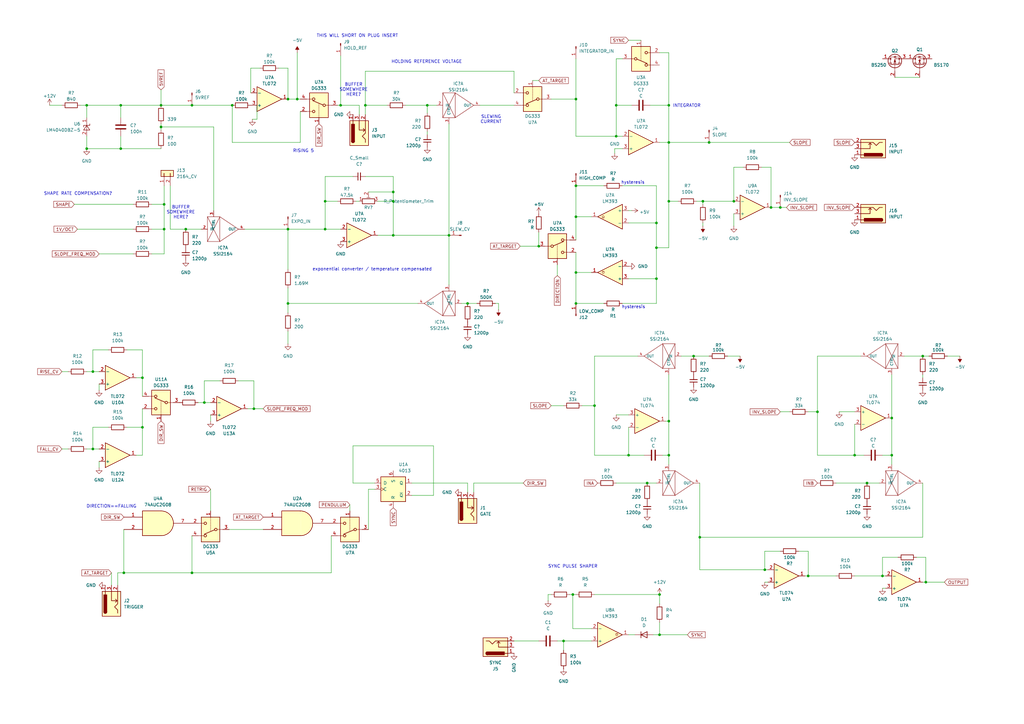
<source format=kicad_sch>
(kicad_sch (version 20231120) (generator "eeschema") (generator_version "8.0")
  (paper "A3")
  (junction (at 331.47 236.22))
  (junction (at 378.46 146.05))
  (junction (at 252.73 43.18))
  (junction (at 38.1 152.4))
  (junction (at 316.23 85.09))
  (junction (at 274.32 58.42))
  (junction (at 269.24 101.6))
  (junction (at 320.04 85.09))
  (junction (at 49.53 60.96))
  (junction (at 269.24 114.3))
  (junction (at 243.84 166.37))
  (junction (at 191.77 124.46))
  (junction (at 365.76 171.45))
  (junction (at 269.24 91.44))
  (junction (at 118.11 124.46))
  (junction (at 95.25 43.18))
  (junction (at 133.35 82.55) (diameter 0.9144))
  (junction (at 234.95 243.84))
  (junction (at 252.73 55.88))
  (junction (at 257.81 186.69))
  (junction (at 265.43 198.12) (diameter 0.9144))
  (junction (at 290.83 58.42))
  (junction (at 350.52 186.69))
  (junction (at 133.35 93.98))
  (junction (at 78.74 234.95))
  (junction (at 149.86 43.18))
  (junction (at 184.15 96.52))
  (junction (at 175.26 43.18))
  (junction (at 236.22 40.64))
  (junction (at 38.1 184.15))
  (junction (at 365.76 186.69))
  (junction (at 236.22 111.76))
  (junction (at 287.02 220.345) (diameter 0.9144))
  (junction (at 220.98 100.965) (diameter 0.9144))
  (junction (at 118.11 93.98))
  (junction (at 288.29 82.55))
  (junction (at 35.56 43.18))
  (junction (at 58.42 175.26))
  (junction (at 161.29 82.55) (diameter 0.9144))
  (junction (at 35.56 60.96))
  (junction (at 236.22 76.2))
  (junction (at 76.2 93.98))
  (junction (at 274.32 186.69) (diameter 0.9144))
  (junction (at 335.28 168.91))
  (junction (at 274.32 43.18))
  (junction (at 236.22 124.46))
  (junction (at 236.22 88.9))
  (junction (at 274.32 172.72))
  (junction (at 66.04 43.18))
  (junction (at 49.53 43.18))
  (junction (at 83.82 165.1))
  (junction (at 78.74 43.18))
  (junction (at 270.51 243.84))
  (junction (at 274.32 82.55))
  (junction (at 355.6 198.12) (diameter 0.9144))
  (junction (at 300.99 82.55))
  (junction (at 104.14 167.64))
  (junction (at 379.73 238.76))
  (junction (at 66.04 52.07))
  (junction (at 67.31 93.98))
  (junction (at 231.14 262.89))
  (junction (at 161.29 78.74) (diameter 0.9144))
  (junction (at 270.51 260.35))
  (junction (at 161.29 96.52))
  (junction (at 284.48 146.05) (diameter 0.9144))
  (junction (at 118.11 40.64))
  (junction (at 121.92 40.64))
  (junction (at 361.95 236.22))
  (junction (at 50.8 234.95))
  (junction (at 67.31 83.82))
  (junction (at 58.42 154.94))
  (junction (at 139.7 43.18))
  (junction (at 313.69 233.68))
  (wire (pts (xy 58.42 143.51) (xy 52.07 143.51)))
  (wire (pts (xy 149.86 29.21) (xy 210.82 29.21)))
  (wire (pts (xy 44.45 175.26) (xy 38.1 175.26)))
  (wire (pts (xy 238.76 166.37) (xy 243.84 166.37)))
  (wire (pts (xy 252.73 24.13) (xy 252.73 43.18)))
  (wire (pts (xy 58.42 186.69) (xy 58.42 175.26)))
  (wire (pts (xy 104.14 167.64) (xy 104.14 156.21)))
  (wire (pts (xy 55.88 154.94) (xy 58.42 154.94)))
  (wire (pts (xy 49.53 55.88) (xy 49.53 60.96)))
  (wire (pts (xy 102.87 38.1) (xy 102.87 27.94)))
  (wire (pts (xy 38.1 143.51) (xy 38.1 152.4)))
  (wire (pts (xy 25.4 152.4) (xy 27.94 152.4)))
  (wire (pts (xy 49.53 60.96) (xy 35.56 60.96)))
  (wire (pts (xy 231.14 262.89) (xy 242.57 262.89)))
  (wire (pts (xy 236.22 111.76) (xy 242.57 111.76)))
  (wire (pts (xy 313.69 226.06) (xy 313.69 233.68)))
  (wire (pts (xy 267.97 260.35) (xy 270.51 260.35)))
  (wire (pts (xy 40.64 157.48) (xy 40.64 160.02)))
  (wire (pts (xy 105.41 43.18) (xy 105.41 48.895)))
  (wire (pts (xy 175.26 43.18) (xy 175.26 46.355)))
  (wire (pts (xy 203.2 124.46) (xy 204.47 124.46)))
  (wire (pts (xy 378.46 153.67) (xy 378.46 154.94)))
  (wire (pts (xy 278.13 82.55) (xy 274.32 82.55)))
  (wire (pts (xy 168.91 203.2) (xy 177.8 203.2)))
  (wire (pts (xy 285.75 82.55) (xy 288.29 82.55)))
  (wire (pts (xy 287.02 220.345) (xy 287.02 198.12)))
  (wire (pts (xy 378.46 198.12) (xy 378.46 220.345)))
  (wire (pts (xy 378.46 220.345) (xy 287.02 220.345)))
  (wire (pts (xy 191.77 201.93) (xy 191.77 198.12)))
  (wire (pts (xy 354.33 186.69) (xy 350.52 186.69)))
  (wire (pts (xy 76.2 93.98) (xy 82.55 93.98)))
  (wire (pts (xy 270.51 243.84) (xy 270.51 247.65)))
  (wire (pts (xy 312.42 68.58) (xy 316.23 68.58)))
  (wire (pts (xy 151.13 200.66) (xy 151.13 217.17)))
  (wire (pts (xy 40.64 104.14) (xy 54.61 104.14)))
  (wire (pts (xy 335.28 146.05) (xy 335.28 168.91)))
  (wire (pts (xy 350.52 186.69) (xy 335.28 186.69)))
  (wire (pts (xy 118.11 27.94) (xy 118.11 40.64)))
  (wire (pts (xy 379.73 228.6) (xy 375.92 228.6)))
  (wire (pts (xy 236.22 103.505) (xy 236.22 111.76)))
  (wire (pts (xy 78.74 234.95) (xy 135.89 234.95)))
  (wire (pts (xy 161.29 82.55) (xy 161.29 96.52)))
  (wire (pts (xy 48.26 234.95) (xy 50.8 234.95)))
  (wire (pts (xy 66.04 36.83) (xy 66.04 43.18)))
  (wire (pts (xy 104.14 167.64) (xy 107.95 167.64)))
  (wire (pts (xy 368.3 228.6) (xy 361.95 228.6)))
  (wire (pts (xy 50.8 217.17) (xy 50.8 234.95)))
  (wire (pts (xy 83.82 165.1) (xy 86.36 165.1)))
  (wire (pts (xy 210.82 29.21) (xy 210.82 38.1)))
  (wire (pts (xy 361.95 241.3) (xy 363.22 241.3)))
  (wire (pts (xy 66.04 50.8) (xy 66.04 52.07)))
  (wire (pts (xy 231.14 266.7) (xy 231.14 262.89)))
  (wire (pts (xy 335.28 186.69) (xy 335.28 168.91)))
  (wire (pts (xy 83.82 156.21) (xy 83.82 165.1)))
  (wire (pts (xy 226.06 166.37) (xy 231.14 166.37)))
  (wire (pts (xy 236.22 111.76) (xy 236.22 124.46)))
  (wire (pts (xy 224.79 246.38) (xy 224.79 243.84)))
  (wire (pts (xy 274.32 153.67) (xy 274.32 172.72)))
  (wire (pts (xy 274.32 58.42) (xy 274.32 82.55)))
  (wire (pts (xy 38.1 184.15) (xy 40.64 184.15)))
  (wire (pts (xy 220.98 100.965) (xy 213.36 100.965)))
  (wire (pts (xy 290.83 58.42) (xy 323.85 58.42)))
  (wire (pts (xy 335.28 146.05) (xy 353.06 146.05)))
  (wire (pts (xy 139.7 43.18) (xy 147.32 43.18)))
  (wire (pts (xy 38.1 152.4) (xy 40.64 152.4)))
  (wire (pts (xy 49.53 60.96) (xy 66.04 60.96)))
  (wire (pts (xy 55.88 186.69) (xy 58.42 186.69)))
  (wire (pts (xy 114.3 27.94) (xy 118.11 27.94)))
  (wire (pts (xy 161.29 96.52) (xy 184.15 96.52)))
  (wire (pts (xy 62.23 93.98) (xy 67.31 93.98)))
  (wire (pts (xy 367.03 31.75) (xy 377.19 31.75)))
  (wire (pts (xy 361.95 186.69) (xy 365.76 186.69)))
  (wire (pts (xy 320.04 168.91) (xy 323.85 168.91)))
  (wire (pts (xy 35.56 152.4) (xy 38.1 152.4)))
  (wire (pts (xy 149.86 43.18) (xy 158.75 43.18)))
  (wire (pts (xy 255.27 55.88) (xy 252.73 55.88)))
  (wire (pts (xy 226.06 40.64) (xy 236.22 40.64)))
  (wire (pts (xy 104.14 156.21) (xy 97.79 156.21)))
  (wire (pts (xy 236.22 88.9) (xy 236.22 76.2)))
  (wire (pts (xy 100.33 93.98) (xy 118.11 93.98)))
  (wire (pts (xy 90.17 156.21) (xy 83.82 156.21)))
  (wire (pts (xy 118.11 93.98) (xy 118.11 110.49)))
  (wire (pts (xy 259.08 43.18) (xy 252.73 43.18)))
  (wire (pts (xy 58.42 154.94) (xy 58.42 162.56)))
  (wire (pts (xy 274.32 58.42) (xy 290.83 58.42)))
  (wire (pts (xy 40.64 189.23) (xy 40.64 191.77)))
  (wire (pts (xy 234.95 243.84) (xy 233.68 243.84)))
  (wire (pts (xy 184.15 50.8) (xy 184.15 96.52)))
  (wire (pts (xy 121.92 40.64) (xy 123.19 40.64)))
  (wire (pts (xy 274.32 82.55) (xy 274.32 101.6)))
  (wire (pts (xy 191.77 124.46) (xy 195.58 124.46)))
  (wire (pts (xy 50.8 234.95) (xy 78.74 234.95)))
  (wire (pts (xy 252.73 198.12) (xy 265.43 198.12)))
  (wire (pts (xy 133.35 72.39) (xy 144.78 72.39)))
  (wire (pts (xy 133.35 93.98) (xy 133.35 82.55)))
  (wire (pts (xy 45.72 234.95) (xy 45.72 240.03)))
  (wire (pts (xy 101.6 167.64) (xy 104.14 167.64)))
  (wire (pts (xy 67.31 104.14) (xy 67.31 93.98)))
  (wire (pts (xy 378.46 238.76) (xy 379.73 238.76)))
  (wire (pts (xy 153.67 200.66) (xy 151.13 200.66)))
  (wire (pts (xy 149.86 46.99) (xy 149.86 43.18)))
  (wire (pts (xy 274.32 186.69) (xy 271.78 186.69)))
  (wire (pts (xy 210.82 262.89) (xy 220.98 262.89)))
  (wire (pts (xy 279.4 146.05) (xy 284.48 146.05)))
  (wire (pts (xy 284.48 146.05) (xy 290.83 146.05)))
  (wire (pts (xy 298.45 146.05) (xy 303.53 146.05)))
  (wire (pts (xy 350.52 173.99) (xy 350.52 186.69)))
  (wire (pts (xy 231.14 262.89) (xy 228.6 262.89)))
  (wire (pts (xy 102.87 27.94) (xy 106.68 27.94)))
  (wire (pts (xy 151.13 78.74) (xy 161.29 78.74)))
  (wire (pts (xy 228.6 113.03) (xy 228.6 108.585)))
  (wire (pts (xy 361.95 236.22) (xy 363.22 236.22)))
  (wire (pts (xy 331.47 168.91) (xy 335.28 168.91)))
  (wire (pts (xy 274.32 172.72) (xy 274.32 186.69)))
  (wire (pts (xy 81.28 165.1) (xy 83.82 165.1)))
  (wire (pts (xy 288.29 83.82) (xy 288.29 82.55)))
  (wire (pts (xy 78.74 219.71) (xy 78.74 234.95)))
  (wire (pts (xy 270.51 260.35) (xy 281.94 260.35)))
  (wire (pts (xy 331.47 226.06) (xy 327.66 226.06)))
  (wire (pts (xy 139.7 22.86) (xy 139.7 43.18)))
  (wire (pts (xy 177.8 182.88) (xy 144.78 182.88)))
  (wire (pts (xy 38.1 175.26) (xy 38.1 184.15)))
  (wire (pts (xy 320.04 85.09) (xy 322.58 85.09)))
  (wire (pts (xy 35.56 55.88) (xy 35.56 60.96)))
  (wire (pts (xy 58.42 175.26) (xy 52.07 175.26)))
  (wire (pts (xy 274.32 190.5) (xy 274.32 186.69)))
  (wire (pts (xy 35.56 43.18) (xy 35.56 48.26)))
  (wire (pts (xy 300.99 87.63) (xy 300.99 92.71)))
  (wire (pts (xy 274.32 43.18) (xy 274.32 21.59)))
  (wire (pts (xy 252.73 55.88) (xy 236.22 55.88)))
  (wire (pts (xy 236.22 24.13) (xy 236.22 40.64)))
  (wire (pts (xy 252.095 60.96) (xy 255.27 60.96)))
  (wire (pts (xy 234.95 243.84) (xy 234.95 257.81)))
  (wire (pts (xy 269.24 101.6) (xy 269.24 114.3)))
  (wire (pts (xy 48.26 240.03) (xy 48.26 234.95)))
  (wire (pts (xy 143.51 207.01) (xy 143.51 209.55)))
  (wire (pts (xy 379.73 238.76) (xy 379.73 228.6)))
  (wire (pts (xy 252.095 60.96) (xy 252.095 62.865)))
  (wire (pts (xy 31.75 93.98) (xy 54.61 93.98)))
  (wire (pts (xy 388.62 146.05) (xy 393.7 146.05)))
  (wire (pts (xy 123.19 45.72) (xy 123.19 58.42)))
  (wire (pts (xy 35.56 184.15) (xy 38.1 184.15)))
  (wire (pts (xy 93.98 217.17) (xy 107.95 217.17)))
  (wire (pts (xy 147.32 43.18) (xy 147.32 46.99)))
  (wire (pts (xy 243.84 166.37) (xy 243.84 186.69)))
  (wire (pts (xy 257.81 91.44) (xy 269.24 91.44)))
  (wire (pts (xy 20.32 43.18) (xy 25.4 43.18)))
  (wire (pts (xy 133.35 93.98) (xy 139.7 93.98)))
  (wire (pts (xy 252.73 170.18) (xy 257.81 170.18)))
  (wire (pts (xy 133.35 72.39) (xy 133.35 82.55)))
  (wire (pts (xy 175.26 43.18) (xy 179.07 43.18)))
  (wire (pts (xy 196.85 43.18) (xy 210.82 43.18)))
  (wire (pts (xy 288.29 92.71) (xy 288.29 91.44)))
  (wire (pts (xy 316.23 85.09) (xy 316.23 68.58)))
  (wire (pts (xy 218.44 33.02) (xy 220.98 33.02)))
  (wire (pts (xy 49.53 43.18) (xy 66.04 43.18)))
  (wire (pts (xy 177.8 203.2) (xy 177.8 182.88)))
  (wire (pts (xy 144.78 198.12) (xy 153.67 198.12)))
  (wire (pts (xy 35.56 43.18) (xy 49.53 43.18)))
  (wire (pts (xy 69.85 93.98) (xy 76.2 93.98)))
  (wire (pts (xy 30.48 83.82) (xy 54.61 83.82)))
  (wire (pts (xy 378.46 146.05) (xy 381 146.05)))
  (wire (pts (xy 135.89 234.95) (xy 135.89 219.71)))
  (wire (pts (xy 273.05 172.72) (xy 274.32 172.72)))
  (wire (pts (xy 269.24 91.44) (xy 269.24 101.6)))
  (wire (pts (xy 236.22 124.46) (xy 247.65 124.46)))
  (wire (pts (xy 189.23 124.46) (xy 191.77 124.46)))
  (wire (pts (xy 320.04 226.06) (xy 313.69 226.06)))
  (wire (pts (xy 313.69 233.68) (xy 314.96 233.68)))
  (wire (pts (xy 78.74 43.18) (xy 95.25 43.18)))
  (wire (pts (xy 266.7 43.18) (xy 274.32 43.18)))
  (wire (pts (xy 365.76 171.45) (xy 365.76 186.69)))
  (wire (pts (xy 95.25 58.42) (xy 95.25 43.18)))
  (wire (pts (xy 123.19 58.42) (xy 95.25 58.42)))
  (wire (pts (xy 269.24 101.6) (xy 274.32 101.6)))
  (wire (pts (xy 58.42 175.26) (xy 58.42 167.64)))
  (wire (pts (xy 25.4 184.15) (xy 27.94 184.15)))
  (wire (pts (xy 255.27 124.46) (xy 269.24 124.46)))
  (wire (pts (xy 62.23 83.82) (xy 67.31 83.82)))
  (wire (pts (xy 194.31 198.12) (xy 214.63 198.12)))
  (wire (pts (xy 270.51 255.27) (xy 270.51 260.35)))
  (wire (pts (xy 175.26 53.975) (xy 175.26 55.245)))
  (wire (pts (xy 243.84 146.05) (xy 243.84 166.37)))
  (wire (pts (xy 243.84 186.69) (xy 257.81 186.69)))
  (wire (pts (xy 243.84 146.05) (xy 261.62 146.05)))
  (wire (pts (xy 149.86 43.18) (xy 149.86 29.21)))
  (wire (pts (xy 355.6 198.12) (xy 360.68 198.12)))
  (wire (pts (xy 365.76 190.5) (xy 365.76 186.69)))
  (wire (pts (xy 236.22 243.84) (xy 234.95 243.84)))
  (wire (pts (xy 44.45 143.51) (xy 38.1 143.51)))
  (wire (pts (xy 49.53 43.18) (xy 49.53 48.26)))
  (wire (pts (xy 118.11 40.64) (xy 121.92 40.64)))
  (wire (pts (xy 184.15 96.52) (xy 184.15 116.84)))
  (wire (pts (xy 269.24 124.46) (xy 269.24 114.3)))
  (wire (pts (xy 118.11 124.46) (xy 171.45 124.46)))
  (wire (pts (xy 118.11 124.46) (xy 118.11 128.27)))
  (wire (pts (xy 121.92 21.59) (xy 121.92 40.64)))
  (wire (pts (xy 379.73 238.76) (xy 387.35 238.76)))
  (wire (pts (xy 161.29 96.52) (xy 154.94 96.52)))
  (wire (pts (xy 265.43 198.12) (xy 269.24 198.12)))
  (wire (pts (xy 69.85 76.2) (xy 69.85 93.98)))
  (wire (pts (xy 243.84 243.84) (xy 270.51 243.84)))
  (wire (pts (xy 118.11 118.11) (xy 118.11 124.46)))
  (wire (pts (xy 146.05 82.55) (xy 147.32 82.55)))
  (wire (pts (xy 144.78 182.88) (xy 144.78 198.12)))
  (wire (pts (xy 304.8 68.58) (xy 300.99 68.58)))
  (wire (pts (xy 259.08 86.36) (xy 257.81 86.36)))
  (wire (pts (xy 342.9 198.12) (xy 355.6 198.12)))
  (wire (pts (xy 370.84 146.05) (xy 378.46 146.05)))
  (wire (pts (xy 161.29 78.74) (xy 161.29 82.55)))
  (wire (pts (xy 255.27 76.2) (xy 269.24 76.2)))
  (wire (pts (xy 166.37 43.18) (xy 175.26 43.18)))
  (wire (pts (xy 194.31 198.12) (xy 194.31 201.93)))
  (wire (pts (xy 257.81 175.26) (xy 257.81 186.69)))
  (wire (pts (xy 154.94 82.55) (xy 161.29 82.55)))
  (wire (pts (xy 118.11 93.98) (xy 133.35 93.98)))
  (wire (pts (xy 58.42 154.94) (xy 58.42 143.51)))
  (wire (pts (xy 252.73 43.18) (xy 252.73 55.88)))
  (wire (pts (xy 161.29 72.39) (xy 161.29 78.74)))
  (wire (pts (xy 66.04 52.07) (xy 87.63 52.07)))
  (wire (pts (xy 87.63 52.07) (xy 87.63 86.36)))
  (wire (pts (xy 220.98 95.25) (xy 220.98 100.965)))
  (wire (pts (xy 66.04 43.18) (xy 78.74 43.18)))
  (wire (pts (xy 118.11 135.89) (xy 118.11 140.97)))
  (wire (pts (xy 236.22 88.9) (xy 242.57 88.9)))
  (wire (pts (xy 316.23 85.09) (xy 320.04 85.09)))
  (wire (pts (xy 234.95 257.81) (xy 242.57 257.81)))
  (wire (pts (xy 331.47 236.22) (xy 331.47 226.06)))
  (wire (pts (xy 274.32 21.59) (xy 270.51 21.59)))
  (wire (pts (xy 350.52 236.22) (xy 361.95 236.22)))
  (wire (pts (xy 269.24 76.2) (xy 269.24 91.44)))
  (wire (pts (xy 270.51 58.42) (xy 274.32 58.42)))
  (wire (pts (xy 236.22 40.64) (xy 236.22 55.88)))
  (wire (pts (xy 255.27 24.13) (xy 252.73 24.13)))
  (wire (pts (xy 191.77 198.12) (xy 168.91 198.12)))
  (wire (pts (xy 331.47 236.22) (xy 342.9 236.22)))
  (wire (pts (xy 33.02 43.18) (xy 35.56 43.18)))
  (wire (pts (xy 300.99 68.58) (xy 300.99 82.55)))
  (wire (pts (xy 138.43 82.55) (xy 133.35 82.55)))
  (wire (pts (xy 361.95 228.6) (xy 361.95 236.22)))
  (wire (pts (xy 344.17 168.91) (xy 350.52 168.91)))
  (wire (pts (xy 224.79 243.84) (xy 226.06 243.84)))
  (wire (pts (xy 67.31 83.82) (xy 67.31 93.98)))
  (wire (pts (xy 62.23 104.14) (xy 67.31 104.14)))
  (wire (pts (xy 269.24 114.3) (xy 257.81 114.3)))
  (wire (pts (xy 330.2 236.22) (xy 331.47 236.22)))
  (wire (pts (xy 274.32 43.18) (xy 274.32 58.42)))
  (wire (pts (xy 86.36 170.18) (xy 86.36 172.72)))
  (wire (pts (xy 257.81 16.51) (xy 262.89 16.51)))
  (wire (pts (xy 236.22 88.9) (xy 236.22 98.425)))
  (wire (pts (xy 138.43 43.18) (xy 139.7 43.18)))
  (wire (pts (xy 67.31 76.2) (xy 67.31 83.82)))
  (wire (pts (xy 365.76 153.67) (xy 365.76 171.45)))
  (wire (pts (xy 66.04 52.07) (xy 66.04 53.34)))
  (wire (pts (xy 257.81 186.69) (xy 264.16 186.69)))
  (wire (pts (xy 236.22 76.2) (xy 247.65 76.2)))
  (wire (pts (xy 287.02 220.345) (xy 287.02 233.68)))
  (wire (pts (xy 287.02 233.68) (xy 313.69 233.68)))
  (wire (pts (xy 105.41 48.895) (xy 103.505 48.895)))
  (wire (pts (xy 313.69 238.76) (xy 314.96 238.76)))
  (wire (pts (xy 86.36 200.66) (xy 86.36 209.55)))
  (wire (pts (xy 257.81 260.35) (xy 260.35 260.35)))
  (wire (pts (xy 149.86 72.39) (xy 161.29 72.39)))
  (wire (pts (xy 204.47 124.46) (xy 204.47 127)))
  (wire (pts (xy 288.29 82.55) (xy 300.99 82.55)))
  (text "THIS WILL SHORT ON PLUG INSERT" (at 146.558 14.732 0) (effects (font (size 1.27 1.27))))
  (text "exponential converter / temperature compensated" (at 152.654 110.49 0) (effects (font (size 1.27 1.27))))
  (text "DIRECTION==FALLING" (at 45.72 207.772 0) (effects (font (size 1.27 1.27))))
  (text "SHAPE RATE COMPENSATION?" (at 32.004 79.502 0) (effects (font (size 1.27 1.27))))
  (text "SYNC PULSE SHAPER" (at 234.95 232.41 0) (effects (font (size 1.27 1.27))))
  (text "SLEWING\nCURRENT" (at 201.422 49.022 0) (effects (font (size 1.27 1.27))))
  (text "hysteresis" (at 259.842 125.984 0) (effects (font (size 1.27 1.27))))
  (text "BUFFER\nSOMEWHERE\nHERE?" (at 145.034 36.83 0) (effects (font (size 1.27 1.27))))
  (text "BUFFER\nSOMEWHERE\nHERE?" (at 74.168 87.122 0) (effects (font (size 1.27 1.27))))
  (text "RISING 5" (at 124.46 61.976 0) (effects (font (size 1.27 1.27))))
  (text "HOLDING REFERENCE VOLTAGE\n" (at 175.006 25.4 0) (effects (font (size 1.27 1.27))))
  (text "INTEGRATOR" (at 281.686 43.434 0) (effects (font (size 1.27 1.27))))
  (text "hysteresis" (at 259.588 74.93 0) (effects (font (size 1.27 1.27))))
  (global_label "DIRECTION" (shape input) (at 228.6 113.03 270) (property "Intersheetrefs" "${INTERSHEET_REFS}" (effects (hide yes))))
  (global_label "FALL_CV" (shape input) (at 25.4 184.15 180) (property "Intersheetrefs" "${INTERSHEET_REFS}" (effects (hide yes))))
  (global_label "RISE_CV" (shape input) (at 25.4 152.4 180) (property "Intersheetrefs" "${INTERSHEET_REFS}" (effects (hide yes))))
  (global_label "SYNC" (shape input) (at 281.94 260.35 0) (property "Intersheetrefs" "${INTERSHEET_REFS}" (effects (hide yes))))
  (global_label "AT_TARGET" (shape input) (at 213.36 100.965 180) (property "Intersheetrefs" "${INTERSHEET_REFS}" (effects (hide yes))))
  (global_label "SLOPE" (shape input) (at 226.06 166.37 180) (property "Intersheetrefs" "${INTERSHEET_REFS}" (effects (hide yes))))
  (global_label "AT_TARGET" (shape input) (at 45.72 234.95 180) (property "Intersheetrefs" "${INTERSHEET_REFS}" (effects (hide yes))))
  (global_label "SYNC" (shape input) (at 161.29 208.28 270) (property "Intersheetrefs" "${INTERSHEET_REFS}" (effects (hide yes))))
  (global_label "SHAPE" (shape input) (at 30.48 83.82 180) (property "Intersheetrefs" "${INTERSHEET_REFS}" (effects (hide yes))))
  (global_label "DIR_SW" (shape input) (at 214.63 198.12 0) (property "Intersheetrefs" "${INTERSHEET_REFS}" (effects (hide yes))))
  (global_label "5VREF" (shape input) (at 66.04 36.83 90) (property "Intersheetrefs" "${INTERSHEET_REFS}" (effects (hide yes))))
  (global_label "FALL_CV" (shape input) (at 439.42 49.53 180) (property "Intersheetrefs" "${INTERSHEET_REFS}" (effects (hide yes))))
  (global_label "1V{slash}OCT" (shape input) (at 31.75 93.98 180) (property "Intersheetrefs" "${INTERSHEET_REFS}" (effects (hide yes))))
  (global_label "SLOPE_FREQ_MOD" (shape input) (at 107.95 167.64 0) (property "Intersheetrefs" "${INTERSHEET_REFS}" (effects (hide yes))))
  (global_label "AT_TARGET" (shape input) (at 220.98 33.02 0) (property "Intersheetrefs" "${INTERSHEET_REFS}" (effects (hide yes))))
  (global_label "DIR_SW" (shape input) (at 130.81 50.8 270) (property "Intersheetrefs" "${INTERSHEET_REFS}" (effects (hide yes))))
  (global_label "INV_SLOPE" (shape input) (at 322.58 85.09 0) (property "Intersheetrefs" "${INTERSHEET_REFS}" (effects (hide yes))))
  (global_label "INV_SLOPE" (shape input) (at 350.52 85.09 180) (property "Intersheetrefs" "${INTERSHEET_REFS}" (effects (hide yes))))
  (global_label "INA" (shape input) (at 245.11 198.12 180) (property "Intersheetrefs" "${INTERSHEET_REFS}" (effects (hide yes))))
  (global_label "INB" (shape input) (at 335.28 198.12 180) (property "Intersheetrefs" "${INTERSHEET_REFS}" (effects (hide yes))))
  (global_label "SLOPE" (shape input) (at 323.85 58.42 0) (property "Intersheetrefs" "${INTERSHEET_REFS}" (effects (hide yes))))
  (global_label "OUTPUT" (shape input) (at 387.35 238.76 0) (property "Intersheetrefs" "${INTERSHEET_REFS}" (effects (hide yes))))
  (global_label "AT_TARGET" (shape input) (at 107.95 212.09 180) (property "Intersheetrefs" "${INTERSHEET_REFS}" (effects (hide yes))))
  (global_label "DIR_SW" (shape input) (at 66.04 172.72 270) (property "Intersheetrefs" "${INTERSHEET_REFS}" (effects (hide yes))))
  (global_label "RETRIG" (shape input) (at 86.36 200.66 180) (property "Intersheetrefs" "${INTERSHEET_REFS}" (effects (hide yes))))
  (global_label "INA" (shape input) (at 439.42 64.77 180) (property "Intersheetrefs" "${INTERSHEET_REFS}" (effects (hide yes))))
  (global_label "SLOPE_FREQ_MOD" (shape input) (at 40.64 104.14 180) (property "Intersheetrefs" "${INTERSHEET_REFS}" (effects (hide yes))))
  (global_label "INB" (shape input) (at 439.42 80.01 180) (property "Intersheetrefs" "${INTERSHEET_REFS}" (effects (hide yes))))
  (global_label "PENDULUM" (shape input) (at 143.51 207.01 180) (property "Intersheetrefs" "${INTERSHEET_REFS}" (effects (hide yes))))
  (global_label "SLOPE" (shape input) (at 350.52 58.42 180) (property "Intersheetrefs" "${INTERSHEET_REFS}" (effects (hide yes))))
  (global_label "INV_SLOPE" (shape input) (at 320.04 168.91 180) (property "Intersheetrefs" "${INTERSHEET_REFS}" (effects (hide yes))))
  (global_label "RISE_CV" (shape input) (at 439.42 34.29 180) (property "Intersheetrefs" "${INTERSHEET_REFS}" (effects (hide yes))))
  (global_label "SYNC" (shape input) (at 257.81 16.51 180) (property "Intersheetrefs" "${INTERSHEET_REFS}" (effects (hide yes))))
  (global_label "DIR_SW" (shape input) (at 50.8 212.09 180) (property "Intersheetrefs" "${INTERSHEET_REFS}" (effects (hide yes))))
  (symbol (lib_id "74xGxx:74AUC2G08") (at 66.04 214.63 0) (unit 1)
    (property "Reference" "U4" (at 64.7589 204.47 0))
    (property "Value" "74AUC2G08" (at 64.7589 207.01 0))
    (property "Datasheet" "http://www.ti.com/lit/sg/scyt129e/scyt129e.pdf" (effects (hide yes)))
    (property "Description" "Dual AND Gate, Low-Voltage CMOS" (effects (hide yes)))
  )
  (symbol (lib_id "Connector:Conn_01x01_Pin") (at 189.23 96.52 180) (unit 1)
    (property "Reference" "J8" (at 188.595 91.44 0))
    (property "Value" "SLEW_CV" (at 188.595 93.98 0))
    (property "Description" "Generic connector, single row, 01x01, script generated" (effects (hide yes)))
  )
  (symbol (lib_id "Device:R") (at 229.87 243.84 90) (unit 1)
    (property "Reference" "R6" (at 229.87 237.49 90))
    (property "Value" "R" (at 229.87 240.03 90))
    (property "Description" "Resistor" (effects (hide yes)))
  )
  (symbol (lib_id "power:GND") (at 118.11 140.97 0) (unit 1)
    (property "Reference" "#PWR?" (effects (hide yes)))
    (property "Value" "GND" (at 118.11 146.05 0))
  )
  (symbol (lib_id "Device:R") (at 355.6 201.93 0) (mirror x) (unit 1)
    (property "Reference" "R?" (at 353.06 201.2949 0) (effects (justify right)))
    (property "Value" "220" (at 353.06 203.8349 0) (effects (justify right)))
  )
  (symbol (lib_name "GND_7") (lib_id "power:GND") (at 439.42 39.37 0) (unit 1)
    (property "Reference" "#PWR015" (effects (hide yes)))
    (property "Value" "GND" (at 439.42 44.45 0))
    (property "Description" "Power symbol creates a global label with name \"GND\" , ground" (effects (hide yes)))
  )
  (symbol (lib_id "Device:C") (at 267.97 186.69 90) (unit 1)
    (property "Reference" "C?" (at 267.97 180.34 90))
    (property "Value" "C" (at 267.97 182.88 90))
  )
  (symbol (lib_id "Device:R") (at 284.48 149.86 180) (unit 1)
    (property "Reference" "R?" (at 287.02 149.2249 0) (effects (justify right)))
    (property "Value" "220" (at 287.02 151.7649 0) (effects (justify right)))
  )
  (symbol (lib_id "Connector:Barrel_Jack_Switch") (at 358.14 60.96 180) (unit 1)
    (property "Reference" "J15" (at 364.49 59.6899 0) (effects (justify right)))
    (property "Value" "INPUT" (at 364.49 62.2299 0) (effects (justify right)))
    (property "Description" "DC Barrel Jack with an internal switch" (effects (hide yes)))
  )
  (symbol (lib_id "74xGxx:74AUC2G08") (at 123.19 214.63 0) (unit 1)
    (property "Reference" "U2" (at 121.9089 204.47 0))
    (property "Value" "74AUC2G08" (at 121.9089 207.01 0))
    (property "Datasheet" "http://www.ti.com/lit/sg/scyt129e/scyt129e.pdf" (effects (hide yes)))
    (property "Description" "Dual AND Gate, Low-Voltage CMOS" (effects (hide yes)))
  )
  (symbol (lib_id "Device:R") (at 378.46 149.86 180) (unit 1)
    (property "Reference" "R?" (at 381 149.2249 0) (effects (justify right)))
    (property "Value" "220" (at 381 151.7649 0) (effects (justify right)))
  )
  (symbol (lib_id "Device:R") (at 372.11 228.6 90) (mirror x) (unit 1)
    (property "Reference" "R?" (at 372.11 233.68 90))
    (property "Value" "100k" (at 372.11 231.14 90))
  )
  (symbol (lib_name "+12V_1") (lib_id "power:+12V") (at 270.51 243.84 0) (unit 1)
    (property "Reference" "#PWR07" (effects (hide yes)))
    (property "Value" "+12V" (at 270.51 238.76 0))
    (property "Description" "Power symbol creates a global label with name \"+12V\"" (effects (hide yes)))
  )
  (symbol (lib_id "custom_ic:SSI2164") (at 184.15 43.18 0) (mirror x) (unit 1)
    (property "Reference" "IC?" (at 187.96 34.29 0))
    (property "Value" "SSI2164" (at 187.96 36.83 0))
    (property "Footprint" "Package_SO:SOIC-16_3.9x9.9mm_P1.27mm" (effects (hide yes)))
  )
  (symbol (lib_id "power:GND") (at 252.095 62.865 0) (unit 1)
    (property "Reference" "#PWR?" (effects (hide yes)))
    (property "Value" "GND" (at 252.095 59.055 0))
  )
  (symbol (lib_id "power:GND") (at 175.26 60.325 0) (mirror y) (unit 1)
    (property "Reference" "#PWR?" (effects (hide yes)))
    (property "Value" "GND" (at 175.26 65.405 0))
  )
  (symbol (lib_id "custom_ic:DG333") (at 66.04 165.1 0) (mirror y) (unit 1)
    (property "Reference" "U11" (at 66.04 155.575 0))
    (property "Value" "DG333" (at 66.04 158.115 0))
    (property "Footprint" "Package_SO:SOIC-20W_7.5x12.8mm_P1.27mm" (effects (hide yes)))
    (property "Datasheet" "https://www.vishay.com/docs/70803/dg333a.pdf" (effects (hide yes)))
  )
  (symbol (lib_id "Comparator:LM393") (at 250.19 88.9 0) (mirror y) (unit 1)
    (property "Reference" "U?" (at 250.19 80.01 0))
    (property "Value" "LM393" (at 250.19 82.55 0))
    (property "Datasheet" "http://www.ti.com/lit/ds/symlink/lm393.pdf" (effects (hide yes)))
  )
  (symbol (lib_id "Connector:Barrel_Jack_Switch") (at 447.04 52.07 180) (unit 1)
    (property "Reference" "J18" (at 453.39 50.7999 0) (effects (justify right)))
    (property "Value" "TRIGGER" (at 453.39 53.3399 0) (effects (justify right)))
    (property "Description" "DC Barrel Jack with an internal switch" (effects (hide yes)))
  )
  (symbol (lib_name "-5V_3") (lib_id "power:-5V") (at 288.29 92.71 180) (unit 1)
    (property "Reference" "#PWR011" (effects (hide yes)))
    (property "Value" "-5V" (at 288.29 97.79 0))
    (property "Description" "Power symbol creates a global label with name \"-5V\"" (effects (hide yes)))
  )
  (symbol (lib_id "Device:R") (at 93.98 156.21 90) (unit 1)
    (property "Reference" "R17" (at 93.98 149.86 90))
    (property "Value" "100k" (at 93.98 152.4 90))
    (property "Description" "Resistor" (effects (hide yes)))
  )
  (symbol (lib_id "Device:R") (at 58.42 93.98 90) (unit 1)
    (property "Reference" "R?" (at 58.42 88.9 90))
    (property "Value" "100k" (at 58.42 91.44 90))
  )
  (symbol (lib_id "Amplifier_Operational:TL072") (at 147.32 96.52 0) (mirror x) (unit 1)
    (property "Reference" "U?" (at 147.32 87.63 0))
    (property "Value" "TL072" (at 147.32 90.17 0))
    (property "Datasheet" "http://www.ti.com/lit/ds/symlink/tl071.pdf" (effects (hide yes)))
  )
  (symbol (lib_id "power:GND") (at 35.56 60.96 0) (unit 1)
    (property "Reference" "#PWR?" (effects (hide yes)))
    (property "Value" "GND" (at 35.56 66.04 0))
  )
  (symbol (lib_id "Device:R") (at 220.98 91.44 0) (mirror y) (unit 1)
    (property "Reference" "R?" (at 219.075 90.8049 0) (effects (justify left)))
    (property "Value" "R" (at 219.075 93.3449 0) (effects (justify left)))
  )
  (symbol (lib_id "power:GND") (at 313.69 238.76 0) (mirror y) (unit 1)
    (property "Reference" "#PWR?" (effects (hide yes)))
    (property "Value" "GND" (at 311.658 243.586 0) (effects (justify right)))
  )
  (symbol (lib_id "custom_ic:SSI2164") (at 365.76 146.05 180) (unit 1)
    (property "Reference" "IC?" (at 361.95 136.525 0))
    (property "Value" "SSI2164" (at 361.95 139.065 0))
    (property "Footprint" "Package_SO:SOIC-16_3.9x9.9mm_P1.27mm" (effects (hide yes)))
  )
  (symbol (lib_name "GND_7") (lib_id "power:GND") (at 439.42 69.85 0) (unit 1)
    (property "Reference" "#PWR017" (effects (hide yes)))
    (property "Value" "GND" (at 439.42 74.93 0))
    (property "Description" "Power symbol creates a global label with name \"GND\" , ground" (effects (hide yes)))
  )
  (symbol (lib_id "Device:R") (at 110.49 27.94 90) (unit 1)
    (property "Reference" "R?" (at 110.49 22.86 90))
    (property "Value" "100k" (at 110.49 25.4 90))
  )
  (symbol (lib_name "-5V_2") (lib_id "power:-5V") (at 121.92 21.59 0) (unit 1)
    (property "Reference" "#PWR05" (effects (hide yes)))
    (property "Value" "-5V" (at 121.92 16.51 0))
    (property "Description" "Power symbol creates a global label with name \"-5V\"" (effects (hide yes)))
  )
  (symbol (lib_id "Amplifier_Operational:TL074") (at 265.43 172.72 0) (unit 1)
    (property "Reference" "U?" (at 265.43 163.83 0))
    (property "Value" "TL074" (at 265.43 166.37 0))
    (property "Datasheet" "http://www.ti.com/lit/ds/symlink/tl071.pdf" (effects (hide yes)))
  )
  (symbol (lib_id "power:GND") (at 139.7 99.06 0) (unit 1)
    (property "Reference" "#PWR?" (effects (hide yes)))
    (property "Value" "GND" (at 139.7 104.14 0))
  )
  (symbol (lib_id "Connector:Conn_01x01_Pin") (at 236.22 19.05 270) (unit 1)
    (property "Reference" "J10" (at 237.49 18.4149 90) (effects (justify left)))
    (property "Value" "INTEGRATOR_IN" (at 237.49 20.9549 90) (effects (justify left)))
    (property "Description" "Generic connector, single row, 01x01, script generated" (effects (hide yes)))
  )
  (symbol (lib_id "Device:C_Small") (at 191.77 134.62 0) (unit 1)
    (property "Reference" "C?" (at 194.31 133.9849 0) (effects (justify left)))
    (property "Value" "1200p" (at 194.31 136.5249 0) (effects (justify left)))
  )
  (symbol (lib_id "Connector:Barrel_Jack_Switch") (at 203.2 265.43 0) (mirror x) (unit 1)
    (property "Reference" "J5" (at 203.2 274.32 0))
    (property "Value" "SYNC" (at 203.2 271.78 0))
    (property "Description" "DC Barrel Jack with an internal switch" (effects (hide yes)))
  )
  (symbol (lib_id "Device:C") (at 358.14 186.69 90) (unit 1)
    (property "Reference" "C?" (at 358.14 180.34 90))
    (property "Value" "C" (at 358.14 182.88 90))
  )
  (symbol (lib_id "Device:R") (at 346.71 236.22 90) (unit 1)
    (property "Reference" "R10" (at 346.71 229.87 90))
    (property "Value" "100k" (at 346.71 232.41 90))
    (property "Description" "Resistor" (effects (hide yes)))
  )
  (symbol (lib_id "power:+5V") (at 220.98 87.63 0) (mirror y) (unit 1)
    (property "Reference" "#PWR?" (effects (hide yes)))
    (property "Value" "+5V" (at 220.98 83.82 0))
  )
  (symbol (lib_id "Device:R") (at 118.11 114.3 0) (unit 1)
    (property "Reference" "R?" (at 120.65 113.6649 0) (effects (justify left)))
    (property "Value" "1.69M" (at 120.65 116.2049 0) (effects (justify left)))
  )
  (symbol (lib_id "Amplifier_Operational:TL072") (at 93.98 167.64 0) (mirror x) (unit 1)
    (property "Reference" "U13" (at 93.98 177.8 0))
    (property "Value" "TL072" (at 93.98 175.26 0))
    (property "Datasheet" "http://www.ti.com/lit/ds/symlink/tl071.pdf" (effects (hide yes)))
    (property "Description" "Dual Low-Noise JFET-Input Operational Amplifiers, DIP-8/SOIC-8" (effects (hide yes)))
  )
  (symbol (lib_id "Reference_Voltage:LM4040DBZ-5") (at 35.56 52.07 270) (mirror x) (unit 1)
    (property "Reference" "U6" (at 33.02 50.7999 90) (effects (justify right)))
    (property "Value" "LM4040DBZ-5" (at 33.02 53.3399 90) (effects (justify right)))
    (property "Footprint" "Package_TO_SOT_SMD:SOT-23" (effects (hide yes)))
    (property "Datasheet" "http://www.ti.com/lit/ds/symlink/lm4040-n.pdf" (effects (hide yes)))
    (property "Description" "5.000V Precision Micropower Shunt Voltage Reference, SOT-23" (effects (hide yes)))
  )
  (symbol (lib_id "Amplifier_Operational:TL072") (at 48.26 186.69 0) (mirror x) (unit 1)
    (property "Reference" "U12" (at 48.26 196.85 0))
    (property "Value" "TL072" (at 48.26 194.31 0))
    (property "Datasheet" "http://www.ti.com/lit/ds/symlink/tl071.pdf" (effects (hide yes)))
    (property "Description" "Dual Low-Noise JFET-Input Operational Amplifiers, DIP-8/SOIC-8" (effects (hide yes)))
  )
  (symbol (lib_id "Device:C_Small") (at 284.48 156.21 180) (unit 1)
    (property "Reference" "C?" (at 287.02 155.5749 0) (effects (justify right)))
    (property "Value" "1200p" (at 287.02 158.1149 0) (effects (justify right)))
  )
  (symbol (lib_id "custom_ic:DG333") (at 86.36 217.17 180) (unit 1)
    (property "Reference" "U5" (at 86.36 226.695 0))
    (property "Value" "DG333" (at 86.36 224.155 0))
    (property "Footprint" "Package_SO:SOIC-20W_7.5x12.8mm_P1.27mm" (effects (hide yes)))
    (property "Datasheet" "https://www.vishay.com/docs/70803/dg333a.pdf" (effects (hide yes)))
  )
  (symbol (lib_id "Device:R") (at 248.92 198.12 90) (unit 1)
    (property "Reference" "R?" (at 248.92 193.04 90))
    (property "Value" "100k" (at 248.92 195.58 90))
  )
  (symbol (lib_id "Connector:Barrel_Jack_Switch") (at 191.77 209.55 90) (unit 1)
    (property "Reference" "J1" (at 196.85 208.2799 90) (effects (justify right)))
    (property "Value" "GATE" (at 196.85 210.8199 90) (effects (justify right)))
    (property "Description" "DC Barrel Jack with an internal switch" (effects (hide yes)))
  )
  (symbol (lib_id "Amplifier_Operational:TL072") (at 48.26 154.94 0) (mirror x) (unit 1)
    (property "Reference" "U10" (at 48.26 165.1 0))
    (property "Value" "TL072" (at 48.26 162.56 0))
    (property "Datasheet" "http://www.ti.com/lit/ds/symlink/tl071.pdf" (effects (hide yes)))
    (property "Description" "Dual Low-Noise JFET-Input Operational Amplifiers, DIP-8/SOIC-8" (effects (hide yes)))
  )
  (symbol (lib_id "Amplifier_Operational:TL072") (at 262.89 58.42 0) (mirror x) (unit 1)
    (property "Reference" "U?" (at 262.89 49.53 0))
    (property "Value" "TL072" (at 262.89 52.07 0))
    (property "Datasheet" "http://www.ti.com/lit/ds/symlink/tl071.pdf" (effects (hide yes)))
  )
  (symbol (lib_name "GND_4") (lib_id "power:GND") (at 257.81 109.22 90) (unit 1)
    (property "Reference" "#PWR09" (effects (hide yes)))
    (property "Value" "GND" (at 261.62 109.2199 90) (effects (justify right)))
    (property "Description" "Power symbol creates a global label with name \"GND\" , ground" (effects (hide yes)))
  )
  (symbol (lib_name "GND_1") (lib_id "power:GND") (at 210.82 267.97 0) (mirror y) (unit 1)
    (property "Reference" "#PWR014" (effects (hide yes)))
    (property "Value" "GND" (at 210.8199 271.78 90) (effects (justify right)))
    (property "Description" "Power symbol creates a global label with name \"GND\" , ground" (effects (hide yes)))
  )
  (symbol (lib_name "GND_1") (lib_id "power:GND") (at 189.23 201.93 270) (unit 1)
    (property "Reference" "#PWR02" (effects (hide yes)))
    (property "Value" "GND" (at 185.42 201.9299 90) (effects (justify right)))
    (property "Description" "Power symbol creates a global label with name \"GND\" , ground" (effects (hide yes)))
  )
  (symbol (lib_id "4xxx:4013") (at 161.29 200.66 0) (unit 1)
    (property "Reference" "U1" (at 163.4841 190.5 0) (effects (justify left)))
    (property "Value" "4013" (at 163.4841 193.04 0) (effects (justify left)))
    (property "Datasheet" "http://www.onsemi.com/pub/Collateral/MC14013B-D.PDF" (effects (hide yes)))
    (property "Description" "Dual D  FlipFlop, Set & reset" (effects (hide yes)))
  )
  (symbol (lib_id "power:GND") (at 284.48 158.75 0) (unit 1)
    (property "Reference" "#PWR?" (effects (hide yes)))
    (property "Value" "GND" (at 284.48 163.83 0))
  )
  (symbol (lib_id "Amplifier_Operational:TL074") (at 358.14 171.45 0) (unit 1)
    (property "Reference" "U?" (at 358.14 162.56 0))
    (property "Value" "TL074" (at 358.14 165.1 0))
    (property "Datasheet" "http://www.ti.com/lit/ds/symlink/tl071.pdf" (effects (hide yes)))
  )
  (symbol (lib_id "Device:C_Small") (at 175.26 57.785 0) (mirror x) (unit 1)
    (property "Reference" "C?" (at 172.72 57.1499 0) (effects (justify right)))
    (property "Value" "1200p" (at 172.72 59.6899 0) (effects (justify right)))
  )
  (symbol (lib_id "Device:R") (at 175.26 50.165 0) (mirror x) (unit 1)
    (property "Reference" "R?" (at 172.72 49.5299 0) (effects (justify right)))
    (property "Value" "220" (at 172.72 52.0699 0) (effects (justify right)))
  )
  (symbol (lib_id "custom_ic:DG333") (at 228.6 100.965 0) (unit 1)
    (property "Reference" "U?" (at 228.6 91.44 0))
    (property "Value" "DG333" (at 228.6 93.98 0))
    (property "Footprint" "Package_SO:SOIC-20W_7.5x12.8mm_P1.27mm" (effects (hide yes)))
    (property "Datasheet" "https://www.vishay.com/docs/70803/dg333a.pdf" (effects (hide yes)))
  )
  (symbol (lib_id "custom_ic:SSI2164") (at 274.32 198.12 0) (unit 1)
    (property "Reference" "IC?" (at 278.13 205.74 0))
    (property "Value" "SSI2164" (at 278.13 208.28 0))
    (property "Footprint" "Package_SO:SOIC-16_3.9x9.9mm_P1.27mm" (effects (hide yes)))
  )
  (symbol (lib_id "Amplifier_Operational:TL072") (at 110.49 40.64 0) (mirror x) (unit 1)
    (property "Reference" "U?" (at 110.49 31.75 0))
    (property "Value" "TL072" (at 110.49 34.29 0))
    (property "Datasheet" "http://www.ti.com/lit/ds/symlink/tl071.pdf" (effects (hide yes)))
  )
  (symbol (lib_id "Connector:Conn_01x01_Pin") (at 320.04 80.01 270) (unit 1)
    (property "Reference" "J14" (at 321.31 79.3749 90) (effects (justify left)))
    (property "Value" "INV_SLOPE" (at 321.31 81.9149 90) (effects (justify left)))
    (property "Description" "Generic connector, single row, 01x01, script generated" (effects (hide yes)))
  )
  (symbol (lib_id "Amplifier_Operational:TL072") (at 308.61 85.09 0) (mirror x) (unit 1)
    (property "Reference" "U9" (at 308.61 76.2 0))
    (property "Value" "TL072" (at 308.61 78.74 0))
    (property "Datasheet" "http://www.ti.com/lit/ds/symlink/tl071.pdf" (effects (hide yes)))
  )
  (symbol (lib_id "power:GND") (at 40.64 160.02 0) (unit 1)
    (property "Reference" "#PWR019" (effects (hide yes)))
    (property "Value" "GND" (at 40.64 165.1 0))
  )
  (symbol (lib_id "Device:R") (at 58.42 104.14 90) (unit 1)
    (property "Reference" "R?" (at 58.42 99.06 90))
    (property "Value" "100k" (at 58.42 101.6 90))
  )
  (symbol (lib_id "Device:R") (at 162.56 43.18 90) (unit 1)
    (property "Reference" "R?" (at 162.56 38.1 90))
    (property "Value" "30k" (at 162.56 40.64 90))
  )
  (symbol (lib_id "Device:R") (at 240.03 243.84 90) (unit 1)
    (property "Reference" "R5" (at 240.03 237.49 90))
    (property "Value" "R" (at 240.03 240.03 90))
    (property "Description" "Resistor" (effects (hide yes)))
  )
  (symbol (lib_id "Device:R") (at 251.46 76.2 90) (unit 1)
    (property "Reference" "R?" (at 251.46 71.12 90))
    (property "Value" "R" (at 251.46 73.66 90))
  )
  (symbol (lib_id "Device:R") (at 99.06 43.18 90) (unit 1)
    (property "Reference" "R?" (at 99.06 38.1 90))
    (property "Value" "100k" (at 99.06 40.64 90))
  )
  (symbol (lib_name "GND_7") (lib_id "power:GND") (at 439.42 54.61 0) (unit 1)
    (property "Reference" "#PWR016" (effects (hide yes)))
    (property "Value" "GND" (at 439.42 59.69 0))
    (property "Description" "Power symbol creates a global label with name \"GND\" , ground" (effects (hide yes)))
  )
  (symbol (lib_id "Connector:Barrel_Jack_Switch") (at 45.72 247.65 90) (unit 1)
    (property "Reference" "J2" (at 50.8 246.3799 90) (effects (justify right)))
    (property "Value" "TRIGGER" (at 50.8 248.9199 90) (effects (justify right)))
    (property "Description" "DC Barrel Jack with an internal switch" (effects (hide yes)))
  )
  (symbol (lib_id "Connector:Conn_01x01_Pin") (at 236.22 129.54 270) (mirror x) (unit 1)
    (property "Reference" "J12" (at 237.49 130.1751 90) (effects (justify left)))
    (property "Value" "LOW_COMP" (at 237.49 127.6351 90) (effects (justify left)))
    (property "Description" "Generic connector, single row, 01x01, script generated" (effects (hide yes)))
  )
  (symbol (lib_id "Device:R") (at 48.26 143.51 90) (unit 1)
    (property "Reference" "R13" (at 48.26 137.16 90))
    (property "Value" "100k" (at 48.26 139.7 90))
    (property "Description" "Resistor" (effects (hide yes)))
  )
  (symbol (lib_id "Device:R") (at 31.75 184.15 90) (unit 1)
    (property "Reference" "R14" (at 31.75 177.8 90))
    (property "Value" "100k" (at 31.75 180.34 90))
    (property "Description" "Resistor" (effects (hide yes)))
  )
  (symbol (lib_id "Amplifier_Operational:TL074") (at 322.58 236.22 0) (mirror x) (unit 1)
    (property "Reference" "U?" (at 322.58 245.745 0))
    (property "Value" "TL074" (at 322.58 243.205 0))
    (property "Datasheet" "http://www.ti.com/lit/ds/symlink/tl071.pdf" (effects (hide yes)))
  )
  (symbol (lib_id "Device:R") (at 384.81 146.05 90) (unit 1)
    (property "Reference" "R?" (at 384.81 141.605 90))
    (property "Value" "100k" (at 384.81 143.51 90))
  )
  (symbol (lib_id "Device:R") (at 294.64 146.05 90) (unit 1)
    (property "Reference" "R?" (at 294.64 141.605 90))
    (property "Value" "100k" (at 294.64 143.51 90))
  )
  (symbol (lib_id "power:GND") (at 361.95 241.3 0) (mirror y) (unit 1)
    (property "Reference" "#PWR?" (effects (hide yes)))
    (property "Value" "GND" (at 361.95 245.745 0))
  )
  (symbol (lib_id "Device:R") (at 118.11 132.08 0) (unit 1)
    (property "Reference" "R?" (at 120.65 131.4449 0) (effects (justify left)))
    (property "Value" "200" (at 120.65 133.9849 0) (effects (justify left)))
  )
  (symbol (lib_id "Connector:Barrel_Jack_Switch") (at 358.14 87.63 180) (unit 1)
    (property "Reference" "J16" (at 364.49 86.3599 0) (effects (justify right)))
    (property "Value" "INPUT" (at 364.49 88.8999 0) (effects (justify right)))
    (property "Description" "DC Barrel Jack with an internal switch" (effects (hide yes)))
  )
  (symbol (lib_id "custom_ic:DG333") (at 218.44 40.64 180) (unit 1)
    (property "Reference" "U?" (at 218.44 50.165 0))
    (property "Value" "DG333" (at 218.44 47.625 0))
    (property "Footprint" "Package_SO:SOIC-20W_7.5x12.8mm_P1.27mm" (effects (hide yes)))
    (property "Datasheet" "https://www.vishay.com/docs/70803/dg333a.pdf" (effects (hide yes)))
  )
  (symbol (lib_id "Comparator:LM393") (at 250.19 111.76 180) (unit 1)
    (property "Reference" "U?" (at 250.19 102.235 0))
    (property "Value" "LM393" (at 250.19 104.775 0))
    (property "Datasheet" "http://www.ti.com/lit/ds/symlink/lm393.pdf" (effects (hide yes)))
  )
  (symbol (lib_id "Connector:Conn_01x01_Pin") (at 139.7 17.78 270) (unit 1)
    (property "Reference" "J9" (at 140.97 17.1449 90) (effects (justify left)))
    (property "Value" "HOLD_REF" (at 140.97 19.6849 90) (effects (justify left)))
    (property "Description" "Generic connector, single row, 01x01, script generated" (effects (hide yes)))
  )
  (symbol (lib_id "Device:C") (at 49.53 52.07 0) (unit 1)
    (property "Reference" "C?" (at 53.34 51.4349 0) (effects (justify left)))
    (property "Value" "100n" (at 53.34 53.9749 0) (effects (justify left)))
  )
  (symbol (lib_id "power:GND") (at 265.43 210.82 0) (mirror y) (unit 1)
    (property "Reference" "#PWR?" (effects (hide yes)))
    (property "Value" "GND" (at 265.43 215.9 0))
  )
  (symbol (lib_id "Device:C") (at 224.79 262.89 90) (unit 1)
    (property "Reference" "C1" (at 224.79 255.27 90))
    (property "Value" "C" (at 224.79 257.81 90))
    (property "Description" "Unpolarized capacitor" (effects (hide yes)))
  )
  (symbol (lib_id "Device:R") (at 281.94 82.55 90) (unit 1)
    (property "Reference" "R7" (at 281.94 76.2 90))
    (property "Value" "100k" (at 281.94 78.74 90))
    (property "Description" "Resistor" (effects (hide yes)))
  )
  (symbol (lib_name "GND_5") (lib_id "power:GND") (at 300.99 92.71 0) (unit 1)
    (property "Reference" "#PWR010" (effects (hide yes)))
    (property "Value" "GND" (at 300.99 97.79 0))
    (property "Description" "Power symbol creates a global label with name \"GND\" , ground" (effects (hide yes)))
  )
  (symbol (lib_id "Device:D") (at 264.16 260.35 0) (unit 1)
    (property "Reference" "D1" (at 264.16 254 0))
    (property "Value" "D" (at 264.16 256.54 0))
    (property "Description" "Diode" (effects (hide yes)))
    (property "Sim.Device" "D" (effects (hide yes)))
    (property "Sim.Pins" "1=K 2=A" (effects (hide yes)))
  )
  (symbol (lib_id "Connector_Generic:Conn_01x02") (at 67.31 71.12 90) (unit 1)
    (property "Reference" "J13" (at 72.39 69.8499 90) (effects (justify right)))
    (property "Value" "2164_CV" (at 72.39 72.3899 90) (effects (justify right)))
    (property "Description" "Generic connector, single row, 01x02, script generated (kicad-library-utils/schlib/autogen/connector/)" (effects (hide yes)))
  )
  (symbol (lib_id "power:GND") (at 76.2 106.68 0) (mirror y) (unit 1)
    (property "Reference" "#PWR?" (effects (hide yes)))
    (property "Value" "GND" (at 76.2 111.76 0))
  )
  (symbol (lib_id "custom_ic:DG333") (at 143.51 217.17 180) (unit 1)
    (property "Reference" "U7" (at 143.51 226.695 0))
    (property "Value" "DG333" (at 143.51 224.155 0))
    (property "Footprint" "Package_SO:SOIC-20W_7.5x12.8mm_P1.27mm" (effects (hide yes)))
    (property "Datasheet" "https://www.vishay.com/docs/70803/dg333a.pdf" (effects (hide yes)))
  )
  (symbol (lib_id "Device:R") (at 191.77 128.27 0) (unit 1)
    (property "Reference" "R?" (at 194.31 127.6349 0) (effects (justify left)))
    (property "Value" "220" (at 194.31 130.1749 0) (effects (justify left)))
  )
  (symbol (lib_id "Device:R") (at 66.04 46.99 0) (unit 1)
    (property "Reference" "R?" (effects (hide yes)))
    (property "Value" "339" (at 68.58 48.8949 0) (effects (justify left)))
  )
  (symbol (lib_id "Device:R") (at 251.46 124.46 90) (mirror x) (unit 1)
    (property "Reference" "R1" (at 251.46 129.54 90))
    (property "Value" "R" (at 251.46 127 90))
  )
  (symbol (lib_name "LM393_1") (lib_id "Comparator:LM393") (at 250.19 260.35 0) (mirror x) (unit 1)
    (property "Reference" "U8" (at 250.19 250.19 0))
    (property "Value" "LM393" (at 250.19 252.73 0))
    (property "Datasheet" "http://www.ti.com/lit/ds/symlink/lm393.pdf" (effects (hide yes)))
    (property "Description" "Low-Power, Low-Offset Voltage, Dual Comparators, DIP-8/SOIC-8/TO-99-8" (effects (hide yes)))
  )
  (symbol (lib_name "GND_3") (lib_id "power:GND") (at 224.79 246.38 0) (unit 1)
    (property "Reference" "#PWR08" (effects (hide yes)))
    (property "Value" "GND" (at 224.79 251.46 0))
    (property "Description" "Power symbol creates a global label with name \"GND\" , ground" (effects (hide yes)))
  )
  (symbol (lib_id "Device:R") (at 270.51 251.46 0) (unit 1)
    (property "Reference" "R4" (at 273.05 250.1899 0) (effects (justify left)))
    (property "Value" "R" (at 273.05 252.7299 0) (effects (justify left)))
    (property "Description" "Resistor" (effects (hide yes)))
  )
  (symbol (lib_id "custom_ic:SSI2164") (at 365.76 198.12 0) (unit 1)
    (property "Reference" "IC?" (at 369.57 205.74 0))
    (property "Value" "SSI2164" (at 369.57 208.28 0))
    (property "Footprint" "Package_SO:SOIC-16_3.9x9.9mm_P1.27mm" (effects (hide yes)))
  )
  (symbol (lib_id "Device:R") (at 288.29 87.63 0) (unit 1)
    (property "Reference" "R9" (at 290.83 86.3599 0) (effects (justify left)))
    (property "Value" "100k" (at 290.83 88.8999 0) (effects (justify left)))
    (property "Description" "Resistor" (effects (hide yes)))
  )
  (symbol (lib_id "Device:R") (at 323.85 226.06 90) (mirror x) (unit 1)
    (property "Reference" "R?" (at 323.85 231.14 90))
    (property "Value" "100k" (at 323.85 228.6 90))
  )
  (symbol (lib_id "Device:R") (at 29.21 43.18 90) (unit 1)
    (property "Reference" "R?" (at 29.21 38.1 90))
    (property "Value" "840" (at 29.21 40.64 90))
  )
  (symbol (lib_id "Device:R") (at 66.04 57.15 0) (unit 1)
    (property "Reference" "R?" (at 68.58 56.5149 0) (effects (justify left)))
    (property "Value" "100" (at 68.58 59.0549 0) (effects (justify left)))
  )
  (symbol (lib_id "Device:C_Small") (at 265.43 208.28 0) (mirror x) (unit 1)
    (property "Reference" "C?" (at 262.89 207.6449 0) (effects (justify right)))
    (property "Value" "1200p" (at 262.89 210.1849 0) (effects (justify right)))
  )
  (symbol (lib_id "Device:C_Small") (at 76.2 104.14 180) (unit 1)
    (property "Reference" "C?" (at 78.74 103.5049 0) (effects (justify right)))
    (property "Value" "1200p" (at 78.74 106.0449 0) (effects (justify right)))
  )
  (symbol (lib_id "custom_ic:SSI2164") (at 184.15 124.46 0) (mirror y) (unit 1)
    (property "Reference" "IC?" (at 180.34 132.08 0))
    (property "Value" "SSI2164" (at 180.34 134.62 0))
    (property "Footprint" "Package_SO:SOIC-16_3.9x9.9mm_P1.27mm" (effects (hide yes)))
  )
  (symbol (lib_id "power:GND") (at 355.6 210.82 0) (mirror y) (unit 1)
    (property "Reference" "#PWR?" (effects (hide yes)))
    (property "Value" "GND" (at 355.6 215.9 0))
  )
  (symbol (lib_id "Device:C") (at 262.89 43.18 90) (unit 1)
    (property "Reference" "C?" (at 262.89 36.83 90))
    (property "Value" "C" (at 262.89 39.37 90))
  )
  (symbol (lib_id "power:GND") (at 103.505 48.895 0) (mirror y) (unit 1)
    (property "Reference" "#PWR?" (effects (hide yes)))
    (property "Value" "GND" (at 103.505 53.975 0))
  )
  (symbol (lib_id "custom_ic:SSI2164") (at 87.63 93.98 0) (unit 1)
    (property "Reference" "IC?" (at 91.44 101.6 0))
    (property "Value" "SSI2164" (at 91.44 104.14 0))
    (property "Footprint" "Package_SO:SOIC-16_3.9x9.9mm_P1.27mm" (effects (hide yes)))
  )
  (symbol (lib_id "power:-5V") (at 303.53 146.05 180) (unit 1)
    (property "Reference" "#PWR?" (effects (hide yes)))
    (property "Value" "-5V" (at 303.53 150.495 0))
  )
  (symbol (lib_id "power:GND") (at 344.17 168.91 0) (unit 1)
    (property "Reference" "#PWR?" (effects (hide yes)))
    (property "Value" "GND" (at 344.17 173.99 0))
  )
  (symbol (lib_name "GND_7") (lib_id "power:GND") (at 439.42 85.09 0) (unit 1)
    (property "Reference" "#PWR018" (effects (hide yes)))
    (property "Value" "GND" (at 439.42 90.17 0))
    (property "Description" "Power symbol creates a global label with name \"GND\" , ground" (effects (hide yes)))
  )
  (symbol (lib_id "Connector:Conn_01x01_Pin") (at 78.74 38.1 270) (unit 1)
    (property "Reference" "J6" (at 80.01 37.4649 90) (effects (justify left)))
    (property "Value" "5VREF" (at 80.01 40.0049 90) (effects (justify left)))
    (property "Description" "Generic connector, single row, 01x01, script generated" (effects (hide yes)))
  )
  (symbol (lib_id "Device:R") (at 48.26 175.26 90) (unit 1)
    (property "Reference" "R15" (at 48.26 168.91 90))
    (property "Value" "100k" (at 48.26 171.45 90))
    (property "Description" "Resistor" (effects (hide yes)))
  )
  (symbol (lib_id "power:GND") (at 40.64 191.77 0) (unit 1)
    (property "Reference" "#PWR020" (effects (hide yes)))
    (property "Value" "GND" (at 40.64 196.85 0))
  )
  (symbol (lib_id "custom_ic:DG333") (at 262.89 24.13 0) (mirror x) (unit 1)
    (property "Reference" "U3" (at 262.89 31.75 0))
    (property "Value" "DG333" (at 262.89 34.29 0))
    (property "Footprint" "Package_SO:SOIC-20W_7.5x12.8mm_P1.27mm" (effects (hide yes)))
    (property "Datasheet" "https://www.vishay.com/docs/70803/dg333a.pdf" (effects (hide yes)))
  )
  (symbol (lib_id "custom_ic:DG333") (at 130.81 43.18 0) (mirror y) (unit 1)
    (property "Reference" "U?" (at 130.81 33.655 0))
    (property "Value" "DG333" (at 130.81 36.195 0))
    (property "Footprint" "Package_SO:SOIC-20W_7.5x12.8mm_P1.27mm" (effects (hide yes)))
    (property "Datasheet" "https://www.vishay.com/docs/70803/dg333a.pdf" (effects (hide yes)))
  )
  (symbol (lib_id "custom_ic:SSI2164") (at 274.32 146.05 180) (unit 1)
    (property "Reference" "IC?" (at 270.51 136.525 0))
    (property "Value" "SSI2164" (at 270.51 139.065 0))
    (property "Footprint" "Package_SO:SOIC-16_3.9x9.9mm_P1.27mm" (effects (hide yes)))
  )
  (symbol (lib_name "GND_6") (lib_id "power:GND") (at 350.52 63.5 0) (unit 1)
    (property "Reference" "#PWR012" (effects (hide yes)))
    (property "Value" "GND" (at 350.52 68.58 0))
    (property "Description" "Power symbol creates a global label with name \"GND\" , ground" (effects (hide yes)))
  )
  (symbol (lib_name "GND_1") (lib_id "power:GND") (at 43.18 240.03 270) (unit 1)
    (property "Reference" "#PWR03" (effects (hide yes)))
    (property "Value" "GND" (at 39.37 240.0299 90) (effects (justify right)))
    (property "Description" "Power symbol creates a global label with name \"GND\" , ground" (effects (hide yes)))
  )
  (symbol (lib_name "GND_1") (lib_id "power:GND") (at 144.78 46.99 270) (unit 1)
    (property "Reference" "#PWR01" (effects (hide yes)))
    (property "Value" "GND" (at 140.97 46.9899 90) (effects (justify right)))
    (property "Description" "Power symbol creates a global label with name \"GND\" , ground" (effects (hide yes)))
  )
  (symbol (lib_name "GND_2") (lib_id "power:GND") (at 231.14 274.32 0) (unit 1)
    (property "Reference" "#PWR06" (effects (hide yes)))
    (property "Value" "GND" (at 231.14 279.4 0))
    (property "Description" "Power symbol creates a global label with name \"GND\" , ground" (effects (hide yes)))
  )
  (symbol (lib_name "GND_6") (lib_id "power:GND") (at 350.52 90.17 0) (unit 1)
    (property "Reference" "#PWR013" (effects (hide yes)))
    (property "Value" "GND" (at 350.52 95.25 0))
    (property "Description" "Power symbol creates a global label with name \"GND\" , ground" (effects (hide yes)))
  )
  (symbol (lib_id "power:+12V") (at 20.32 43.18 0) (unit 1)
    (property "Reference" "#PWR?" (effects (hide yes)))
    (property "Value" "+12V" (at 20.32 39.37 0))
  )
  (symbol (lib_id "Device:R") (at 234.95 166.37 90) (unit 1)
    (property "Reference" "R2" (at 234.95 161.29 90))
    (property "Value" "33k" (at 234.95 163.83 90))
  )
  (symbol (lib_id "Device:R_Potentiometer_Trim") (at 151.13 82.55 90) (unit 1)
    (property "Reference" "RV?" (at 151.13 85.09 90))
    (property "Value" "R_Potentiometer_Trim" (at 167.64 82.55 90))
  )
  (symbol (lib_id "Connector:Barrel_Jack_Switch") (at 447.04 82.55 180) (unit 1)
    (property "Reference" "J20" (at 453.39 81.2799 0) (effects (justify right)))
    (property "Value" "TRIGGER" (at 453.39 83.8199 0) (effects (justify right)))
    (property "Description" "DC Barrel Jack with an internal switch" (effects (hide yes)))
  )
  (symbol (lib_id "Device:R") (at 231.14 270.51 0) (unit 1)
    (property "Reference" "R3" (at 233.68 269.2399 0) (effects (justify left)))
    (property "Value" "100k" (at 233.68 271.7799 0) (effects (justify left)))
    (property "Description" "Resistor" (effects (hide yes)))
  )
  (symbol (lib_id "power:GND") (at 191.77 137.16 0) (unit 1)
    (property "Reference" "#PWR?" (effects (hide yes)))
    (property "Value" "GND" (at 191.77 142.24 0))
  )
  (symbol (lib_id "Device:C_Small") (at 147.32 72.39 90) (unit 1)
    (property "Reference" "C?" (at 147.32 67.31 90))
    (property "Value" "C_Small" (at 147.32 64.77 90))
  )
  (symbol (lib_id "Connector:Barrel_Jack_Switch") (at 147.32 54.61 90) (unit 1)
    (property "Reference" "J3" (at 152.4 53.3399 90) (effects (justify right)))
    (property "Value" "INPUT" (at 152.4 55.8799 90) (effects (justify right)))
    (property "Description" "DC Barrel Jack with an internal switch" (effects (hide yes)))
  )
  (symbol (lib_id "Device:R") (at 142.24 82.55 90) (unit 1)
    (property "Reference" "R?" (at 142.24 77.47 90))
    (property "Value" "47.5k" (at 142.24 80.01 90))
  )
  (symbol (lib_id "Device:R") (at 77.47 165.1 90) (unit 1)
    (property "Reference" "R16" (at 77.47 158.75 90))
    (property "Value" "100k" (at 77.47 161.29 90))
    (property "Description" "Resistor" (effects (hide yes)))
  )
  (symbol (lib_id "Device:C_Small") (at 355.6 208.28 0) (mirror x) (unit 1)
    (property "Reference" "C?" (at 353.06 207.6449 0) (effects (justify right)))
    (property "Value" "1200p" (at 353.06 210.1849 0) (effects (justify right)))
  )
  (symbol (lib_id "Connector:Barrel_Jack_Switch") (at 447.04 36.83 180) (unit 1)
    (property "Reference" "J17" (at 453.39 35.5599 0) (effects (justify right)))
    (property "Value" "TRIGGER" (at 453.39 38.0999 0) (effects (justify right)))
    (property "Description" "DC Barrel Jack with an internal switch" (effects (hide yes)))
  )
  (symbol (lib_id "power:GND") (at 378.46 160.02 0) (unit 1)
    (property "Reference" "#PWR?" (effects (hide yes)))
    (property "Value" "GND" (at 378.46 165.1 0))
  )
  (symbol (lib_id "Device:R") (at 31.75 152.4 90) (unit 1)
    (property "Reference" "R12" (at 31.75 146.05 90))
    (property "Value" "100k" (at 31.75 148.59 90))
    (property "Description" "Resistor" (effects (hide yes)))
  )
  (symbol (lib_name "-5V_1") (lib_id "power:-5V") (at 204.47 127 180) (unit 1)
    (property "Reference" "#PWR04" (effects (hide yes)))
    (property "Value" "-5V" (at 204.47 132.08 0))
    (property "Description" "Power symbol creates a global label with name \"-5V\"" (effects (hide yes)))
  )
  (symbol (lib_id "Connector:Conn_01x01_Pin") (at 290.83 53.34 270) (unit 1)
    (property "Reference" "J4" (at 292.1 52.7049 90) (effects (justify left)))
    (property "Value" "SLOPE" (at 292.1 55.2449 90) (effects (justify left)))
    (property "Description" "Generic connector, single row, 01x01, script generated" (effects (hide yes)))
  )
  (symbol (lib_id "Connector:Barrel_Jack_Switch") (at 447.04 67.31 180) (unit 1)
    (property "Reference" "J19" (at 453.39 66.0399 0) (effects (justify right)))
    (property "Value" "TRIGGER" (at 453.39 68.5799 0) (effects (justify right)))
    (property "Description" "DC Barrel Jack with an internal switch" (effects (hide yes)))
  )
  (symbol (lib_id "Device:R") (at 339.09 198.12 90) (unit 1)
    (property "Reference" "R?" (at 339.09 193.04 90))
    (property "Value" "100k" (at 339.09 195.58 90))
  )
  (symbol (lib_id "Connector:Conn_01x01_Pin") (at 118.11 88.9 270) (unit 1)
    (property "Reference" "J7" (at 119.38 88.2649 90) (effects (justify left)))
    (property "Value" "EXPO_IN" (at 119.38 90.8049 90) (effects (justify left)))
    (property "Description" "Generic connector, single row, 01x01, script generated" (effects (hide yes)))
  )
  (symbol (lib_id "Transistor_FET:BS250") (at 367.03 26.67 90) (unit 1)
    (property "Reference" "Q2" (at 367.03 20.828 90))
    (property "Value" "BS250" (at 360.426 26.67 90))
    (property "Footprint" "Package_TO_SOT_THT:TO-92_Inline" (effects (hide yes)))
    (property "Datasheet" "http://www.vishay.com/docs/70209/70209.pdf" (effects (hide yes)))
    (property "Description" "-0.18A Id, -45V Vds, P-Channel MOSFET, TO-92" (effects (hide yes)))
  )
  (symbol (lib_id "Device:R") (at 265.43 201.93 0) (mirror x) (unit 1)
    (property "Reference" "R?" (at 262.89 201.2949 0) (effects (justify right)))
    (property "Value" "220" (at 262.89 203.8349 0) (effects (justify right)))
  )
  (symbol (lib_id "power:GND") (at 252.73 170.18 0) (unit 1)
    (property "Reference" "#PWR?" (effects (hide yes)))
    (property "Value" "GND" (at 252.73 175.26 0))
  )
  (symbol (lib_id "Device:R") (at 327.66 168.91 90) (unit 1)
    (property "Reference" "R?" (at 327.66 163.83 90))
    (property "Value" "33k" (at 327.66 166.37 90))
  )
  (symbol (lib_id "power:+5V") (at 259.08 86.36 270) (mirror x) (unit 1)
    (property "Reference" "#PWR?" (effects (hide yes)))
    (property "Value" "+5V" (at 262.255 86.9949 90) (effects (justify left)))
  )
  (symbol (lib_id "Device:C_Small") (at 378.46 157.48 180) (unit 1)
    (property "Reference" "C?" (at 381 156.8449 0) (effects (justify right)))
    (property "Value" "1200p" (at 381 159.3849 0) (effects (justify right)))
  )
  (symbol (lib_id "Amplifier_Operational:TL074") (at 370.84 238.76 0) (mirror x) (unit 1)
    (property "Reference" "U?" (at 370.84 248.285 0))
    (property "Value" "TL074" (at 370.84 245.745 0))
    (property "Datasheet" "http://www.ti.com/lit/ds/symlink/tl071.pdf" (effects (hide yes)))
  )
  (symbol (lib_id "Device:R") (at 58.42 83.82 90) (unit 1)
    (property "Reference" "R11" (at 58.42 78.74 90))
    (property "Value" "100k" (at 58.42 81.28 90))
  )
  (symbol (lib_id "Transistor_FET:BS170") (at 377.19 26.67 90) (unit 1)
    (property "Reference" "Q1" (at 377.19 20.32 90))
    (property "Value" "BS170" (at 386.08 26.67 90))
    (property "Footprint" "Package_TO_SOT_THT:TO-92_Inline" (effects (hide yes)))
    (property "Datasheet" "https://www.onsemi.com/pub/Collateral/BS170-D.PDF" (effects (hide yes)))
    (property "Description" "0.5A Id, 60V Vds, N-Channel MOSFET, TO-92" (effects (hide yes)))
  )
  (symbol (lib_id "Connector:Conn_01x01_Pin") (at 236.22 71.12 270) (unit 1)
    (property "Reference" "J11" (at 237.49 70.4849 90) (effects (justify left)))
    (property "Value" "HIGH_COMP" (at 237.49 73.0249 90) (effects (justify left)))
    (property "Description" "Generic connector, single row, 01x01, script generated" (effects (hide yes)))
  )
  (symbol (lib_id "Device:R") (at 308.61 68.58 90) (unit 1)
    (property "Reference" "R8" (at 308.61 62.23 90))
    (property "Value" "100k" (at 308.61 64.77 90))
    (property "Description" "Resistor" (effects (hide yes)))
  )
  (symbol (lib_id "Device:R") (at 199.39 124.46 90) (unit 1)
    (property "Reference" "R?" (at 199.39 119.38 90))
    (property "Value" "500K" (at 199.39 121.92 90))
  )
  (symbol (lib_id "Device:R") (at 76.2 97.79 180) (unit 1)
    (property "Reference" "R?" (at 78.74 97.1549 0) (effects (justify right)))
    (property "Value" "220" (at 78.74 99.6949 0) (effects (justify right)))
  )
  (symbol (lib_id "power:GND") (at 86.36 172.72 0) (unit 1)
    (property "Reference" "#PWR021" (effects (hide yes)))
    (property "Value" "GND" (at 86.36 177.8 0))
  )
  (symbol (lib_id "power:-5V") (at 393.7 146.05 180) (unit 1)
    (property "Reference" "#PWR?" (effects (hide yes)))
    (property "Value" "-5V" (at 393.7 150.495 0))
  )
)
</source>
